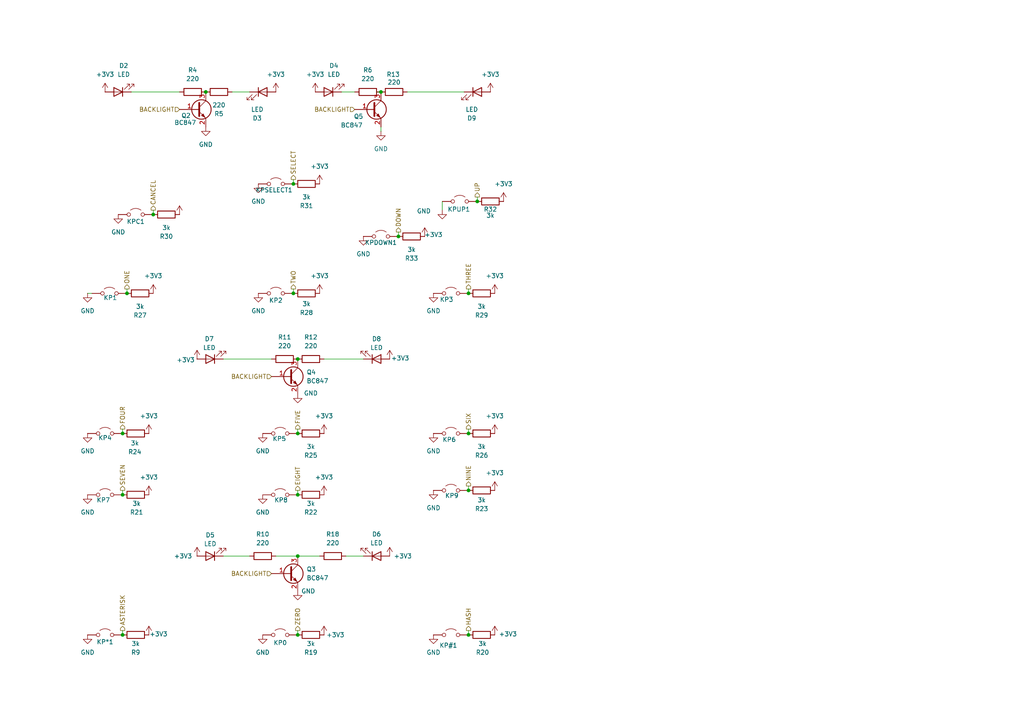
<source format=kicad_sch>
(kicad_sch (version 20250114) (generator "eeschema") (generator_version "9.0")
  (paper "A4")
  (title_block (title "Brique") (date "2025-04-08") (company "Tommy Gilligan"))
  (lib_symbols
    (symbol "Device:LED" (pin_numbers (hide yes)) (pin_names (offset 1.016) (hide yes))
      (property "Reference" "D" (at 0 2.54 0))
      (property "Value" "LED" (at 0 -2.54 0))
      (symbol "LED_0_1"
        (polyline (pts (xy -3.048 -0.762) (xy -4.572 -2.286) (xy -3.81 -2.286) (xy -4.572 -2.286) (xy -4.572 -1.524)))
        (polyline (pts (xy -1.778 -0.762) (xy -3.302 -2.286) (xy -2.54 -2.286) (xy -3.302 -2.286) (xy -3.302 -1.524)))
        (polyline (pts (xy -1.27 0) (xy 1.27 0)))
        (polyline (pts (xy -1.27 -1.27) (xy -1.27 1.27)) (stroke (width 0.254)))
        (polyline (pts (xy 1.27 -1.27) (xy 1.27 1.27) (xy -1.27 0) (xy 1.27 -1.27)) (stroke (width 0.254)))
      )
      (symbol "LED_1_1"
        (pin passive line (at -3.81 0 0) (length 2.54) (name "K") (number "1"))
        (pin passive line (at 3.81 0 180) (length 2.54) (name "A") (number "2"))
      )
    )
    (symbol "Device:R" (pin_numbers (hide yes)) (pin_names (offset 0))
      (property "Reference" "R" (at 2.032 0 90))
      (property "Value" "R" (at 0 0 90))
      (symbol "R_0_1"
        (rectangle (start -1.016 -2.54) (end 1.016 2.54) (stroke (width 0.254)))
      )
      (symbol "R_1_1"
        (pin passive line (at 0 3.81 270) (length 1.27) (name "~") (number "1"))
        (pin passive line (at 0 -3.81 90) (length 1.27) (name "~") (number "2"))
      )
    )
    (symbol "Jumper:Jumper_2_Open" (pin_numbers (hide yes)) (pin_names (offset 0) (hide yes)) (exclude_from_sim yes)
      (property "Reference" "JP" (at 0 2.794 0))
      (property "Value" "Jumper_2_Open" (at 0 -2.286 0))
      (symbol "Jumper_2_Open_0_0"
        (circle (center -2.032 0) (radius 0.508))
        (circle (center 2.032 0) (radius 0.508))
      )
      (symbol "Jumper_2_Open_0_1"
        (arc (start -1.524 1.27) (mid 0 1.778) (end 1.524 1.27))
      )
      (symbol "Jumper_2_Open_1_1"
        (pin passive line (at -5.08 0 0) (length 2.54) (name "A") (number "1"))
        (pin passive line (at 5.08 0 180) (length 2.54) (name "B") (number "2"))
      )
    )
    (symbol "Transistor_BJT:BC847" (pin_names (offset 0) (hide yes))
      (property "Reference" "Q" (at 5.08 1.905 0))
      (property "Value" "BC847" (at 5.08 0 0))
      (symbol "BC847_0_1"
        (polyline (pts (xy 0.635 1.905) (xy 0.635 -1.905) (xy 0.635 -1.905)) (stroke (width 0.508)))
        (polyline (pts (xy 0.635 0.635) (xy 2.54 2.54)))
        (polyline (pts (xy 0.635 -0.635) (xy 2.54 -2.54) (xy 2.54 -2.54)))
        (circle (center 1.27 0) (radius 2.8194) (stroke (width 0.254)))
        (polyline (pts (xy 1.27 -1.778) (xy 1.778 -1.27) (xy 2.286 -2.286) (xy 1.27 -1.778) (xy 1.27 -1.778)) (fill (type outline)))
      )
      (symbol "BC847_1_1"
        (pin input line (at -5.08 0 0) (length 5.715) (name "B") (number "1"))
        (pin passive line (at 2.54 5.08 270) (length 2.54) (name "C") (number "3"))
        (pin passive line (at 2.54 -5.08 90) (length 2.54) (name "E") (number "2"))
      )
    )
    (symbol "power:+3V3" (power) (pin_numbers (hide yes)) (pin_names (offset 0) (hide yes))
      (property "Value" "+3V3" (at 0 3.556 0))
      (symbol "+3V3_0_1"
        (polyline (pts (xy -0.762 1.27) (xy 0 2.54)))
        (polyline (pts (xy 0 2.54) (xy 0.762 1.27)))
        (polyline (pts (xy 0 0) (xy 0 2.54)))
      )
      (symbol "+3V3_1_1"
        (pin power_in line (at 0 0 90) (length 0) (name "~") (number "1"))
      )
    )
    (symbol "power:GND" (power) (pin_numbers (hide yes)) (pin_names (offset 0) (hide yes))
      (property "Value" "GND" (at 0 -3.81 0))
      (symbol "GND_0_1"
        (polyline (pts (xy 0 0) (xy 0 -1.27) (xy 1.27 -1.27) (xy 0 -2.54) (xy -1.27 -1.27) (xy 0 -1.27)))
      )
      (symbol "GND_1_1"
        (pin power_in line (at 0 0 270) (length 0) (name "~") (number "1"))
      )
    )
  )
  (junction (at 86.36 143.51))
  (junction (at 135.89 85.09))
  (junction (at 86.36 104.14))
  (junction (at 35.56 125.73))
  (junction (at 85.09 85.09))
  (junction (at 59.69 26.67))
  (junction (at 110.49 26.67))
  (junction (at 35.56 143.51))
  (junction (at 35.56 184.15))
  (junction (at 115.57 68.58))
  (junction (at 86.36 184.15))
  (junction (at 86.36 161.29))
  (junction (at 44.45 62.23))
  (junction (at 138.43 58.42))
  (junction (at 135.89 125.73))
  (junction (at 85.09 53.34))
  (junction (at 86.36 125.73))
  (junction (at 135.89 142.24))
  (junction (at 36.83 85.09))
  (junction (at 135.89 184.15))
  (wire (pts (xy 105.41 161.29) (xy 100.33 161.29)))
  (wire (pts (xy 64.77 161.29) (xy 72.39 161.29)))
  (wire (pts (xy 138.43 57.15) (xy 138.43 58.42)))
  (wire (pts (xy 64.77 104.14) (xy 78.74 104.14)))
  (wire (pts (xy 92.71 161.29) (xy 86.36 161.29)))
  (wire (pts (xy 35.56 142.24) (xy 35.56 143.51)))
  (wire (pts (xy 38.1 26.67) (xy 52.07 26.67)))
  (wire (pts (xy 128.27 58.42) (xy 128.27 60.96)))
  (wire (pts (xy 86.36 182.88) (xy 86.36 184.15)))
  (wire (pts (xy 35.56 124.46) (xy 35.56 125.73)))
  (wire (pts (xy 25.4 85.09) (xy 26.67 85.09)))
  (wire (pts (xy 36.83 83.82) (xy 36.83 85.09)))
  (wire (pts (xy 44.45 60.96) (xy 44.45 62.23)))
  (wire (pts (xy 72.39 26.67) (xy 67.31 26.67)))
  (wire (pts (xy 135.89 83.82) (xy 135.89 85.09)))
  (wire (pts (xy 35.56 182.88) (xy 35.56 184.15)))
  (wire (pts (xy 110.49 36.83) (xy 110.49 38.1)))
  (wire (pts (xy 135.89 182.88) (xy 135.89 184.15)))
  (wire (pts (xy 85.09 52.07) (xy 85.09 53.34)))
  (wire (pts (xy 110.49 26.67) (xy 109.22 26.67)))
  (wire (pts (xy 115.57 67.31) (xy 115.57 68.58)))
  (wire (pts (xy 99.06 26.67) (xy 102.87 26.67)))
  (wire (pts (xy 85.09 83.82) (xy 85.09 85.09)))
  (wire (pts (xy 135.89 124.46) (xy 135.89 125.73)))
  (wire (pts (xy 105.41 104.14) (xy 93.98 104.14)))
  (wire (pts (xy 80.01 161.29) (xy 86.36 161.29)))
  (wire (pts (xy 86.36 124.46) (xy 86.36 125.73)))
  (wire (pts (xy 135.89 140.97) (xy 135.89 142.24)))
  (wire (pts (xy 134.62 26.67) (xy 118.11 26.67)))
  (wire (pts (xy 86.36 142.24) (xy 86.36 143.51)))
  (hierarchical_label "TWO" (shape output) (at 85.09 83.82 90))
  (hierarchical_label "CANCEL" (shape output) (at 44.45 60.96 90))
  (hierarchical_label "NINE" (shape output) (at 135.89 140.97 90))
  (hierarchical_label "HASH" (shape output) (at 135.89 182.88 90))
  (hierarchical_label "BACKLIGHT" (shape input) (at 102.87 31.75 180))
  (hierarchical_label "FIVE" (shape output) (at 86.36 124.46 90))
  (hierarchical_label "ASTERISK" (shape output) (at 35.56 182.88 90))
  (hierarchical_label "ONE" (shape output) (at 36.83 83.82 90))
  (hierarchical_label "UP" (shape output) (at 138.43 57.15 90))
  (hierarchical_label "BACKLIGHT" (shape input) (at 52.07 31.75 180))
  (hierarchical_label "SEVEN" (shape output) (at 35.56 142.24 90))
  (hierarchical_label "SELECT" (shape output) (at 85.09 52.07 90))
  (hierarchical_label "THREE" (shape output) (at 135.89 83.82 90))
  (hierarchical_label "DOWN" (shape output) (at 115.57 67.31 90))
  (hierarchical_label "ZERO" (shape output) (at 86.36 182.88 90))
  (hierarchical_label "EIGHT" (shape output) (at 86.36 142.24 90))
  (hierarchical_label "FOUR" (shape output) (at 35.56 124.46 90))
  (hierarchical_label "BACKLIGHT" (shape input) (at 78.74 166.37 180))
  (hierarchical_label "BACKLIGHT" (shape input) (at 78.74 109.22 180))
  (hierarchical_label "SIX" (shape output) (at 135.89 124.46 90))
  (symbol (lib_id "power:GND") (at 125.73 184.15 0) (unit 1)
    (property "Reference" "#PWR079" (effects (hide yes)))
    (property "Value" "GND" (at 125.73 189.23 0))
    (property "Description" "Power symbol creates a global label with name \"GND\" , ground" (effects (hide yes)))
  )
  (symbol (lib_id "power:GND") (at 25.4 85.09 0) (unit 1)
    (property "Reference" "#PWR06" (effects (hide yes)))
    (property "Value" "GND" (at 25.4 90.17 0))
    (property "Description" "Power symbol creates a global label with name \"GND\" , ground" (effects (hide yes)))
  )
  (symbol (lib_id "power:+3V3") (at 93.98 143.51 0) (unit 1)
    (property "Reference" "#PWR044" (effects (hide yes)))
    (property "Value" "+3V3" (at 93.98 138.43 0))
    (property "Description" "Power symbol creates a global label with name \"+3V3\"" (effects (hide yes)))
  )
  (symbol (lib_id "Device:R") (at 76.2 161.29 270) (unit 1)
    (property "Reference" "R10" (at 76.2 154.94 90))
    (property "Value" "220" (at 76.2 157.48 90))
    (property "Footprint" "Resistor_SMD:R_0402_1005Metric" (effects (hide yes)))
    (property "Description" "Resistor" (effects (hide yes)))
    (property "JLCPCB" "C137872" (effects (hide yes)))
  )
  (symbol (lib_id "power:GND") (at 125.73 125.73 0) (unit 1)
    (property "Reference" "#PWR070" (effects (hide yes)))
    (property "Value" "GND" (at 125.73 130.81 0))
    (property "Description" "Power symbol creates a global label with name \"GND\" , ground" (effects (hide yes)))
  )
  (symbol (lib_id "Jumper:Jumper_2_Open") (at 30.48 125.73 0) (unit 1) (exclude_from_sim yes) (in_bom no)
    (property "Reference" "KP4" (at 30.48 127 0))
    (property "Value" "Jumper_2_Open" (effects (hide yes)))
    (property "Footprint" "Jumper:ButtonPads" (effects (hide yes)))
    (property "Description" "Jumper, 2-pole, open" (effects (hide yes)))
  )
  (symbol (lib_id "Device:LED") (at 60.96 161.29 180) (unit 1)
    (property "Reference" "D5" (at 60.96 155.194 0))
    (property "Value" "LED" (at 60.96 157.734 0))
    (property "Footprint" "LED_REVERSE" (effects (hide yes)))
    (property "Description" "Light emitting diode" (effects (hide yes)))
    (property "JLCPCB" "C3646932" (effects (hide yes)))
  )
  (symbol (lib_id "Device:R") (at 82.55 104.14 270) (unit 1)
    (property "Reference" "R11" (at 82.55 97.79 90))
    (property "Value" "220" (at 82.55 100.33 90))
    (property "Footprint" "Resistor_SMD:R_0402_1005Metric" (effects (hide yes)))
    (property "Description" "Resistor" (effects (hide yes)))
    (property "JLCPCB" "C137872" (effects (hide yes)))
  )
  (symbol (lib_id "Device:R") (at 39.37 143.51 90) (mirror x) (unit 1)
    (property "Reference" "R21" (at 39.624 148.59 90))
    (property "Value" "3k" (at 39.624 146.05 90))
    (property "Footprint" "Resistor_SMD:R_0402_1005Metric" (effects (hide yes)))
    (property "Description" "Resistor" (effects (hide yes)))
    (property "JLCPCB" "C137872" (effects (hide yes)))
  )
  (symbol (lib_id "Jumper:Jumper_2_Open") (at 39.37 62.23 0) (unit 1) (exclude_from_sim yes) (in_bom no)
    (property "Reference" "KPC1" (at 39.37 64.262 0))
    (property "Value" "C" (effects (hide yes)))
    (property "Footprint" "Jumper:ButtonPads" (effects (hide yes)))
    (property "Description" "Jumper, 2-pole, open" (effects (hide yes)))
  )
  (symbol (lib_id "Device:LED") (at 109.22 161.29 0) (mirror x) (unit 1)
    (property "Reference" "D6" (at 109.22 154.94 0))
    (property "Value" "LED" (at 109.22 157.48 0))
    (property "Footprint" "LED_REVERSE" (effects (hide yes)))
    (property "Description" "Light emitting diode" (effects (hide yes)))
    (property "JLCPCB" "C3646932" (effects (hide yes)))
  )
  (symbol (lib_id "power:+3V3") (at 52.07 62.23 0) (unit 1)
    (property "Reference" "#PWR035" (effects (hide yes)))
    (property "Value" "+3V3" (effects (hide yes)))
    (property "Description" "Power symbol creates a global label with name \"+3V3\"" (effects (hide yes)))
  )
  (symbol (lib_id "power:GND") (at 25.4 184.15 0) (unit 1)
    (property "Reference" "#PWR02" (effects (hide yes)))
    (property "Value" "GND" (at 25.4 189.23 0))
    (property "Description" "Power symbol creates a global label with name \"GND\" , ground" (effects (hide yes)))
  )
  (symbol (lib_id "power:GND") (at 76.2 143.51 0) (unit 1)
    (property "Reference" "#PWR038" (effects (hide yes)))
    (property "Value" "GND" (at 76.2 148.59 0))
    (property "Description" "Power symbol creates a global label with name \"GND\" , ground" (effects (hide yes)))
  )
  (symbol (lib_id "Jumper:Jumper_2_Open") (at 81.28 125.73 0) (unit 1) (exclude_from_sim yes) (in_bom no)
    (property "Reference" "KP5" (at 81.026 127.254 0))
    (property "Value" "Jumper_2_Open" (effects (hide yes)))
    (property "Footprint" "Jumper:ButtonPads" (effects (hide yes)))
    (property "Description" "Jumper, 2-pole, open" (effects (hide yes)))
  )
  (symbol (lib_id "Device:R") (at 39.37 125.73 270) (mirror x) (unit 1)
    (property "Reference" "R24" (at 39.116 131.064 90))
    (property "Value" "3k" (at 39.116 128.524 90))
    (property "Footprint" "Resistor_SMD:R_0402_1005Metric" (effects (hide yes)))
    (property "Description" "Resistor" (effects (hide yes)))
    (property "JLCPCB" "C137872" (effects (hide yes)))
  )
  (symbol (lib_id "power:+3V3") (at 43.18 184.15 0) (unit 1)
    (property "Reference" "#PWR037" (effects (hide yes)))
    (property "Value" "+3V3" (at 45.974 183.896 0))
    (property "Description" "Power symbol creates a global label with name \"+3V3\"" (effects (hide yes)))
  )
  (symbol (lib_id "Device:R") (at 106.68 26.67 270) (unit 1)
    (property "Reference" "R6" (at 106.68 20.32 90))
    (property "Value" "220" (at 106.68 22.86 90))
    (property "Footprint" "Resistor_SMD:R_0402_1005Metric" (effects (hide yes)))
    (property "Description" "Resistor" (effects (hide yes)))
    (property "JLCPCB" "C137872" (effects (hide yes)))
  )
  (symbol (lib_id "power:GND") (at 110.49 38.1 0) (unit 1)
    (property "Reference" "#PWR098" (effects (hide yes)))
    (property "Value" "GND" (at 110.49 43.18 0))
    (property "Description" "Power symbol creates a global label with name \"GND\" , ground" (effects (hide yes)))
  )
  (symbol (lib_id "Device:LED") (at 34.29 26.67 180) (unit 1)
    (property "Reference" "D2" (at 35.8775 19.05 0))
    (property "Value" "LED" (at 35.8775 21.59 0))
    (property "Footprint" "LED_REVERSE" (effects (hide yes)))
    (property "Description" "Light emitting diode" (effects (hide yes)))
    (property "JLCPCB" "C3646932" (effects (hide yes)))
  )
  (symbol (lib_id "Device:R") (at 55.88 26.67 270) (unit 1)
    (property "Reference" "R4" (at 55.88 20.32 90))
    (property "Value" "220" (at 55.88 22.86 90))
    (property "Footprint" "Resistor_SMD:R_0402_1005Metric" (effects (hide yes)))
    (property "Description" "Resistor" (effects (hide yes)))
    (property "JLCPCB" "C137872" (effects (hide yes)))
  )
  (symbol (lib_id "power:+3V3") (at 113.03 104.14 0) (mirror y) (unit 1)
    (property "Reference" "#PWR097" (effects (hide yes)))
    (property "Value" "+3V3" (at 116.078 103.886 0))
    (property "Description" "Power symbol creates a global label with name \"+3V3\"" (effects (hide yes)))
  )
  (symbol (lib_id "power:+3V3") (at 30.48 26.67 0) (unit 1)
    (property "Reference" "#PWR059" (effects (hide yes)))
    (property "Value" "+3V3" (at 30.48 21.59 0))
    (property "Description" "Power symbol creates a global label with name \"+3V3\"" (effects (hide yes)))
  )
  (symbol (lib_id "Device:R") (at 39.37 184.15 90) (mirror x) (unit 1)
    (property "Reference" "R9" (at 39.37 189.23 90))
    (property "Value" "3k" (at 39.37 186.69 90))
    (property "Footprint" "Resistor_SMD:R_0402_1005Metric" (effects (hide yes)))
    (property "Description" "Resistor" (effects (hide yes)))
    (property "JLCPCB" "C137872" (effects (hide yes)))
  )
  (symbol (lib_id "Jumper:Jumper_2_Open") (at 30.48 184.15 0) (unit 1) (exclude_from_sim yes) (in_bom no)
    (property "Reference" "KP*1" (at 30.48 186.182 0))
    (property "Value" "Jumper_2_Open" (effects (hide yes)))
    (property "Footprint" "Jumper:ButtonPads" (effects (hide yes)))
    (property "Description" "Jumper, 2-pole, open" (effects (hide yes)))
  )
  (symbol (lib_id "power:GND") (at 86.36 171.45 0) (unit 1)
    (property "Reference" "#PWR043" (effects (hide yes)))
    (property "Value" "GND" (at 89.408 171.45 0))
    (property "Description" "Power symbol creates a global label with name \"GND\" , ground" (effects (hide yes)))
  )
  (symbol (lib_id "Transistor_BJT:BC847") (at 83.82 166.37 0) (unit 1)
    (property "Reference" "Q3" (at 88.9 165.0999 0) (effects (justify left)))
    (property "Value" "BC847" (at 88.9 167.6399 0) (effects (justify left)))
    (property "Footprint" "Package_TO_SOT_SMD:SOT-23" (effects (hide yes)))
    (property "Datasheet" "http://www.infineon.com/dgdl/Infineon-BC847SERIES_BC848SERIES_BC849SERIES_BC850SERIES-DS-v01_01-en.pdf?fileId=db3a304314dca389011541d4630a1657" (effects (hide yes)))
    (property "Description" "0.1A Ic, 45V Vce, NPN Transistor, SOT-23" (effects (hide yes)))
    (property "JLCPCB" "C391423" (effects (hide yes)))
  )
  (symbol (lib_id "Device:R") (at 114.3 26.67 90) (unit 1)
    (property "Reference" "R13" (at 114.046 21.59 90))
    (property "Value" "220" (at 114.3 23.876 90))
    (property "Footprint" "Resistor_SMD:R_0402_1005Metric" (effects (hide yes)))
    (property "Description" "Resistor" (effects (hide yes)))
    (property "JLCPCB" "C137872" (effects (hide yes)))
  )
  (symbol (lib_id "power:+3V3") (at 93.98 125.73 0) (unit 1)
    (property "Reference" "#PWR069" (effects (hide yes)))
    (property "Value" "+3V3" (at 93.98 120.65 0))
    (property "Description" "Power symbol creates a global label with name \"+3V3\"" (effects (hide yes)))
  )
  (symbol (lib_id "power:+3V3") (at 92.71 85.09 0) (unit 1)
    (property "Reference" "#PWR063" (effects (hide yes)))
    (property "Value" "+3V3" (at 92.71 80.01 0))
    (property "Description" "Power symbol creates a global label with name \"+3V3\"" (effects (hide yes)))
  )
  (symbol (lib_id "Device:R") (at 139.7 85.09 270) (mirror x) (unit 1)
    (property "Reference" "R29" (at 139.7 91.44 90))
    (property "Value" "3k" (at 139.7 88.9 90))
    (property "Footprint" "Resistor_SMD:R_0402_1005Metric" (effects (hide yes)))
    (property "Description" "Resistor" (effects (hide yes)))
    (property "JLCPCB" "C137872" (effects (hide yes)))
  )
  (symbol (lib_id "power:+3V3") (at 146.05 58.42 0) (unit 1)
    (property "Reference" "#PWR075" (effects (hide yes)))
    (property "Value" "+3V3" (at 146.05 53.34 0))
    (property "Description" "Power symbol creates a global label with name \"+3V3\"" (effects (hide yes)))
  )
  (symbol (lib_id "power:+3V3") (at 44.45 85.09 0) (unit 1)
    (property "Reference" "#PWR013" (effects (hide yes)))
    (property "Value" "+3V3" (at 44.45 80.01 0))
    (property "Description" "Power symbol creates a global label with name \"+3V3\"" (effects (hide yes)))
  )
  (symbol (lib_id "power:+3V3") (at 43.18 143.51 0) (unit 1)
    (property "Reference" "#PWR011" (effects (hide yes)))
    (property "Value" "+3V3" (at 43.18 138.43 0))
    (property "Description" "Power symbol creates a global label with name \"+3V3\"" (effects (hide yes)))
  )
  (symbol (lib_id "Jumper:Jumper_2_Open") (at 30.48 143.51 0) (unit 1) (exclude_from_sim yes) (in_bom no)
    (property "Reference" "KP7" (at 29.972 145.034 0))
    (property "Value" "Jumper_2_Open" (effects (hide yes)))
    (property "Footprint" "Jumper:ButtonPads" (effects (hide yes)))
    (property "Description" "Jumper, 2-pole, open" (effects (hide yes)))
  )
  (symbol (lib_id "Transistor_BJT:BC847") (at 57.15 31.75 0) (unit 1)
    (property "Reference" "Q2" (at 52.578 33.528 0) (effects (justify left)))
    (property "Value" "BC847" (at 50.546 35.56 0) (effects (justify left)))
    (property "Footprint" "Package_TO_SOT_SMD:SOT-23" (effects (hide yes)))
    (property "Datasheet" "http://www.infineon.com/dgdl/Infineon-BC847SERIES_BC848SERIES_BC849SERIES_BC850SERIES-DS-v01_01-en.pdf?fileId=db3a304314dca389011541d4630a1657" (effects (hide yes)))
    (property "Description" "0.1A Ic, 45V Vce, NPN Transistor, SOT-23" (effects (hide yes)))
    (property "JLCPCB" "C391423" (effects (hide yes)))
  )
  (symbol (lib_id "Device:R") (at 48.26 62.23 270) (mirror x) (unit 1)
    (property "Reference" "R30" (at 48.26 68.58 90))
    (property "Value" "3k" (at 48.26 66.04 90))
    (property "Footprint" "Resistor_SMD:R_0402_1005Metric" (effects (hide yes)))
    (property "Description" "Resistor" (effects (hide yes)))
    (property "JLCPCB" "C137872" (effects (hide yes)))
  )
  (symbol (lib_id "Jumper:Jumper_2_Open") (at 130.81 85.09 0) (unit 1) (exclude_from_sim yes) (in_bom no)
    (property "Reference" "KP3" (at 129.54 86.868 0))
    (property "Value" "3" (effects (hide yes)))
    (property "Footprint" "Jumper:ButtonPads" (effects (hide yes)))
    (property "Description" "Jumper, 2-pole, open" (effects (hide yes)))
  )
  (symbol (lib_id "power:+3V3") (at 123.19 68.58 0) (unit 1)
    (property "Reference" "#PWR078" (effects (hide yes)))
    (property "Value" "+3V3" (at 125.73 68.072 0))
    (property "Description" "Power symbol creates a global label with name \"+3V3\"" (effects (hide yes)))
  )
  (symbol (lib_id "Jumper:Jumper_2_Open") (at 110.49 68.58 0) (unit 1) (exclude_from_sim yes) (in_bom no)
    (property "Reference" "KPDOWN1" (at 110.49 70.358 0))
    (property "Value" "Jumper_2_Open" (effects (hide yes)))
    (property "Footprint" "Jumper:ButtonPads" (effects (hide yes)))
    (property "Description" "Jumper, 2-pole, open" (effects (hide yes)))
  )
  (symbol (lib_id "Jumper:Jumper_2_Open") (at 81.28 143.51 0) (unit 1) (exclude_from_sim yes) (in_bom no)
    (property "Reference" "KP8" (at 81.534 145.034 0))
    (property "Value" "Jumper_2_Open" (effects (hide yes)))
    (property "Footprint" "Jumper:ButtonPads" (effects (hide yes)))
    (property "Description" "Jumper, 2-pole, open" (effects (hide yes)))
  )
  (symbol (lib_id "Transistor_BJT:BC847") (at 83.82 109.22 0) (unit 1)
    (property "Reference" "Q4" (at 88.9 107.9499 0) (effects (justify left)))
    (property "Value" "BC847" (at 88.9 110.4899 0) (effects (justify left)))
    (property "Footprint" "Package_TO_SOT_SMD:SOT-23" (effects (hide yes)))
    (property "Datasheet" "http://www.infineon.com/dgdl/Infineon-BC847SERIES_BC848SERIES_BC849SERIES_BC850SERIES-DS-v01_01-en.pdf?fileId=db3a304314dca389011541d4630a1657" (effects (hide yes)))
    (property "Description" "0.1A Ic, 45V Vce, NPN Transistor, SOT-23" (effects (hide yes)))
    (property "JLCPCB" "C391423" (effects (hide yes)))
  )
  (symbol (lib_id "Transistor_BJT:BC847") (at 107.95 31.75 0) (unit 1)
    (property "Reference" "Q5" (at 102.616 33.782 0) (effects (justify left)))
    (property "Value" "BC847" (at 98.806 36.322 0) (effects (justify left)))
    (property "Footprint" "Package_TO_SOT_SMD:SOT-23" (effects (hide yes)))
    (property "Datasheet" "http://www.infineon.com/dgdl/Infineon-BC847SERIES_BC848SERIES_BC849SERIES_BC850SERIES-DS-v01_01-en.pdf?fileId=db3a304314dca389011541d4630a1657" (effects (hide yes)))
    (property "Description" "0.1A Ic, 45V Vce, NPN Transistor, SOT-23" (effects (hide yes)))
    (property "JLCPCB" "C391423" (effects (hide yes)))
  )
  (symbol (lib_id "Device:R") (at 90.17 143.51 90) (mirror x) (unit 1)
    (property "Reference" "R22" (at 90.17 148.59 90))
    (property "Value" "3k" (at 90.17 146.05 90))
    (property "Footprint" "Resistor_SMD:R_0402_1005Metric" (effects (hide yes)))
    (property "Description" "Resistor" (effects (hide yes)))
    (property "JLCPCB" "C137872" (effects (hide yes)))
  )
  (symbol (lib_id "power:+3V3") (at 93.98 184.15 0) (unit 1)
    (property "Reference" "#PWR073" (effects (hide yes)))
    (property "Value" "+3V3" (at 97.282 184.15 0))
    (property "Description" "Power symbol creates a global label with name \"+3V3\"" (effects (hide yes)))
  )
  (symbol (lib_id "Jumper:Jumper_2_Open") (at 80.01 85.09 0) (unit 1) (exclude_from_sim yes) (in_bom no)
    (property "Reference" "KP2" (at 80.01 87.122 0))
    (property "Value" "Jumper_2_Open" (effects (hide yes)))
    (property "Footprint" "Jumper:ButtonPads" (effects (hide yes)))
    (property "Description" "Jumper, 2-pole, open" (effects (hide yes)))
  )
  (symbol (lib_id "power:GND") (at 86.36 114.3 0) (unit 1)
    (property "Reference" "#PWR096" (effects (hide yes)))
    (property "Value" "GND" (at 90.17 114.046 0))
    (property "Description" "Power symbol creates a global label with name \"GND\" , ground" (effects (hide yes)))
  )
  (symbol (lib_id "power:GND") (at 34.29 62.23 0) (unit 1)
    (property "Reference" "#PWR08" (effects (hide yes)))
    (property "Value" "GND" (at 34.29 67.31 0))
    (property "Description" "Power symbol creates a global label with name \"GND\" , ground" (effects (hide yes)))
  )
  (symbol (lib_id "power:GND") (at 25.4 143.51 0) (unit 1)
    (property "Reference" "#PWR03" (effects (hide yes)))
    (property "Value" "GND" (at 25.4 148.59 0))
    (property "Description" "Power symbol creates a global label with name \"GND\" , ground" (effects (hide yes)))
  )
  (symbol (lib_id "power:+3V3") (at 143.51 85.09 0) (unit 1)
    (property "Reference" "#PWR074" (effects (hide yes)))
    (property "Value" "+3V3" (at 143.51 80.01 0))
    (property "Description" "Power symbol creates a global label with name \"+3V3\"" (effects (hide yes)))
  )
  (symbol (lib_id "power:GND") (at 125.73 142.24 0) (unit 1)
    (property "Reference" "#PWR061" (effects (hide yes)))
    (property "Value" "GND" (at 125.73 147.32 0))
    (property "Description" "Power symbol creates a global label with name \"GND\" , ground" (effects (hide yes)))
  )
  (symbol (lib_id "Jumper:Jumper_2_Open") (at 80.01 53.34 0) (unit 1) (exclude_from_sim yes) (in_bom no)
    (property "Reference" "KPSELECT1" (at 79.502 55.118 0))
    (property "Value" "Jumper_2_Open" (effects (hide yes)))
    (property "Footprint" "Jumper:ButtonPads" (effects (hide yes)))
    (property "Description" "Jumper, 2-pole, open" (effects (hide yes)))
  )
  (symbol (lib_id "power:+3V3") (at 143.51 142.24 0) (unit 1)
    (property "Reference" "#PWR062" (effects (hide yes)))
    (property "Value" "+3V3" (at 143.51 137.16 0))
    (property "Description" "Power symbol creates a global label with name \"+3V3\"" (effects (hide yes)))
  )
  (symbol (lib_id "power:+3V3") (at 57.15 161.29 0) (unit 1)
    (property "Reference" "#PWR010" (effects (hide yes)))
    (property "Value" "+3V3" (at 53.086 161.29 0))
    (property "Description" "Power symbol creates a global label with name \"+3V3\"" (effects (hide yes)))
  )
  (symbol (lib_id "Device:LED") (at 95.25 26.67 180) (unit 1)
    (property "Reference" "D4" (at 96.8375 19.05 0))
    (property "Value" "LED" (at 96.8375 21.59 0))
    (property "Footprint" "LED_REVERSE" (effects (hide yes)))
    (property "Description" "Light emitting diode" (effects (hide yes)))
    (property "JLCPCB" "C3646932" (effects (hide yes)))
  )
  (symbol (lib_id "Jumper:Jumper_2_Open") (at 130.81 184.15 0) (unit 1) (exclude_from_sim yes) (in_bom no)
    (property "Reference" "KP#1" (at 130.048 187.198 0))
    (property "Value" "Jumper_2_Open" (effects (hide yes)))
    (property "Footprint" "Jumper:ButtonPads" (effects (hide yes)))
    (property "Description" "Jumper, 2-pole, open" (effects (hide yes)))
  )
  (symbol (lib_id "Device:LED") (at 76.2 26.67 0) (unit 1)
    (property "Reference" "D3" (at 74.6125 34.29 0))
    (property "Value" "LED" (at 74.6125 31.75 0))
    (property "Footprint" "LED_REVERSE" (effects (hide yes)))
    (property "Description" "Light emitting diode" (effects (hide yes)))
    (property "JLCPCB" "C3646932" (effects (hide yes)))
  )
  (symbol (lib_id "Device:R") (at 139.7 125.73 270) (mirror x) (unit 1)
    (property "Reference" "R26" (at 139.7 132.08 90))
    (property "Value" "3k" (at 139.7 129.54 90))
    (property "Footprint" "Resistor_SMD:R_0402_1005Metric" (effects (hide yes)))
    (property "Description" "Resistor" (effects (hide yes)))
    (property "JLCPCB" "C137872" (effects (hide yes)))
  )
  (symbol (lib_id "power:+3V3") (at 92.71 53.34 0) (unit 1)
    (property "Reference" "#PWR077" (effects (hide yes)))
    (property "Value" "+3V3" (at 92.71 48.26 0))
    (property "Description" "Power symbol creates a global label with name \"+3V3\"" (effects (hide yes)))
  )
  (symbol (lib_id "power:GND") (at 74.93 53.34 0) (unit 1)
    (property "Reference" "#PWR076" (effects (hide yes)))
    (property "Value" "GND" (at 74.93 58.42 0))
    (property "Description" "Power symbol creates a global label with name \"GND\" , ground" (effects (hide yes)))
  )
  (symbol (lib_id "Device:R") (at 40.64 85.09 90) (mirror x) (unit 1)
    (property "Reference" "R27" (at 40.64 91.44 90))
    (property "Value" "3k" (at 40.64 88.9 90))
    (property "Footprint" "Resistor_SMD:R_0402_1005Metric" (effects (hide yes)))
    (property "Description" "Resistor" (effects (hide yes)))
    (property "JLCPCB" "C137872" (effects (hide yes)))
  )
  (symbol (lib_id "power:GND") (at 76.2 125.73 0) (unit 1)
    (property "Reference" "#PWR039" (effects (hide yes)))
    (property "Value" "GND" (at 76.2 130.81 0))
    (property "Description" "Power symbol creates a global label with name \"GND\" , ground" (effects (hide yes)))
  )
  (symbol (lib_id "Device:LED") (at 138.43 26.67 0) (unit 1)
    (property "Reference" "D9" (at 136.8425 34.29 0))
    (property "Value" "LED" (at 136.8425 31.75 0))
    (property "Footprint" "LED_REVERSE" (effects (hide yes)))
    (property "Description" "Light emitting diode" (effects (hide yes)))
    (property "JLCPCB" "C3646932" (effects (hide yes)))
  )
  (symbol (lib_id "Device:R") (at 142.24 58.42 270) (unit 1)
    (property "Reference" "R32" (at 142.24 60.706 90))
    (property "Value" "3k" (at 142.24 62.484 90))
    (property "Footprint" "Resistor_SMD:R_0402_1005Metric" (effects (hide yes)))
    (property "Description" "Resistor" (effects (hide yes)))
    (property "JLCPCB" "C137872" (effects (hide yes)))
  )
  (symbol (lib_id "power:+3V3") (at 142.24 26.67 0) (mirror y) (unit 1)
    (property "Reference" "#PWR099" (effects (hide yes)))
    (property "Value" "+3V3" (at 142.24 21.59 0))
    (property "Description" "Power symbol creates a global label with name \"+3V3\"" (effects (hide yes)))
  )
  (symbol (lib_id "Device:R") (at 88.9 85.09 90) (mirror x) (unit 1)
    (property "Reference" "R28" (at 88.9 90.678 90))
    (property "Value" "3k" (at 88.9 88.138 90))
    (property "Footprint" "Resistor_SMD:R_0402_1005Metric" (effects (hide yes)))
    (property "Description" "Resistor" (effects (hide yes)))
    (property "JLCPCB" "C137872" (effects (hide yes)))
  )
  (symbol (lib_id "power:+3V3") (at 113.03 161.29 0) (mirror y) (unit 1)
    (property "Reference" "#PWR072" (effects (hide yes)))
    (property "Value" "+3V3" (at 116.84 161.29 0))
    (property "Description" "Power symbol creates a global label with name \"+3V3\"" (effects (hide yes)))
  )
  (symbol (lib_id "power:GND") (at 76.2 184.15 0) (unit 1)
    (property "Reference" "#PWR051" (effects (hide yes)))
    (property "Value" "GND" (at 76.2 189.23 0))
    (property "Description" "Power symbol creates a global label with name \"GND\" , ground" (effects (hide yes)))
  )
  (symbol (lib_id "Device:R") (at 90.17 184.15 90) (mirror x) (unit 1)
    (property "Reference" "R19" (at 90.17 189.23 90))
    (property "Value" "3k" (at 90.17 186.69 90))
    (property "Footprint" "Resistor_SMD:R_0402_1005Metric" (effects (hide yes)))
    (property "Description" "Resistor" (effects (hide yes)))
    (property "JLCPCB" "C137872" (effects (hide yes)))
  )
  (symbol (lib_id "Jumper:Jumper_2_Open") (at 81.28 184.15 0) (unit 1) (exclude_from_sim yes) (in_bom no)
    (property "Reference" "KP0" (at 81.28 186.436 0))
    (property "Value" "Jumper_2_Open" (effects (hide yes)))
    (property "Footprint" "Jumper:ButtonPads" (effects (hide yes)))
    (property "Description" "Jumper, 2-pole, open" (effects (hide yes)))
  )
  (symbol (lib_id "power:+3V3") (at 143.51 184.15 0) (unit 1)
    (property "Reference" "#PWR089" (effects (hide yes)))
    (property "Value" "+3V3" (at 147.32 183.896 0))
    (property "Description" "Power symbol creates a global label with name \"+3V3\"" (effects (hide yes)))
  )
  (symbol (lib_id "Jumper:Jumper_2_Open") (at 130.81 125.73 0) (unit 1) (exclude_from_sim yes) (in_bom no)
    (property "Reference" "KP6" (at 130.302 127.508 0))
    (property "Value" "Jumper_2_Open" (effects (hide yes)))
    (property "Footprint" "Jumper:ButtonPads" (effects (hide yes)))
    (property "Description" "Jumper, 2-pole, open" (effects (hide yes)))
  )
  (symbol (lib_id "power:+3V3") (at 80.01 26.67 0) (mirror y) (unit 1)
    (property "Reference" "#PWR084" (effects (hide yes)))
    (property "Value" "+3V3" (at 80.01 21.59 0))
    (property "Description" "Power symbol creates a global label with name \"+3V3\"" (effects (hide yes)))
  )
  (symbol (lib_id "power:GND") (at 128.27 60.96 0) (unit 1)
    (property "Reference" "#PWR040" (effects (hide yes)))
    (property "Value" "GND" (at 122.936 61.214 0))
    (property "Description" "Power symbol creates a global label with name \"GND\" , ground" (effects (hide yes)))
  )
  (symbol (lib_id "Device:R") (at 90.17 104.14 90) (mirror x) (unit 1)
    (property "Reference" "R12" (at 90.17 97.79 90))
    (property "Value" "220" (at 90.17 100.33 90))
    (property "Footprint" "Resistor_SMD:R_0402_1005Metric" (effects (hide yes)))
    (property "Description" "Resistor" (effects (hide yes)))
    (property "JLCPCB" "C137872" (effects (hide yes)))
  )
  (symbol (lib_id "Device:LED") (at 60.96 104.14 180) (unit 1)
    (property "Reference" "D7" (at 60.706 98.298 0))
    (property "Value" "LED" (at 60.706 100.838 0))
    (property "Footprint" "LED_REVERSE" (effects (hide yes)))
    (property "Description" "Light emitting diode" (effects (hide yes)))
    (property "JLCPCB" "C3646932" (effects (hide yes)))
  )
  (symbol (lib_id "Device:R") (at 139.7 184.15 90) (mirror x) (unit 1)
    (property "Reference" "R20" (at 139.954 189.23 90))
    (property "Value" "3k" (at 139.954 186.69 90))
    (property "Footprint" "Resistor_SMD:R_0402_1005Metric" (effects (hide yes)))
    (property "Description" "Resistor" (effects (hide yes)))
    (property "JLCPCB" "C137872" (effects (hide yes)))
  )
  (symbol (lib_id "Jumper:Jumper_2_Open") (at 130.81 142.24 0) (unit 1) (exclude_from_sim yes) (in_bom no)
    (property "Reference" "KP9" (at 131.064 143.764 0))
    (property "Value" "Jumper_2_Open" (effects (hide yes)))
    (property "Footprint" "Jumper:ButtonPads" (effects (hide yes)))
    (property "Description" "Jumper, 2-pole, open" (effects (hide yes)))
  )
  (symbol (lib_id "power:GND") (at 25.4 125.73 0) (unit 1)
    (property "Reference" "#PWR05" (effects (hide yes)))
    (property "Value" "GND" (at 25.4 130.81 0))
    (property "Description" "Power symbol creates a global label with name \"GND\" , ground" (effects (hide yes)))
  )
  (symbol (lib_id "Jumper:Jumper_2_Open") (at 31.75 85.09 0) (unit 1) (exclude_from_sim yes) (in_bom no)
    (property "Reference" "KP1" (at 32.004 86.36 0))
    (property "Value" "Jumper_2_Open" (effects (hide yes)))
    (property "Footprint" "Jumper:ButtonPads" (effects (hide yes)))
    (property "Description" "Jumper, 2-pole, open" (effects (hide yes)))
  )
  (symbol (lib_id "Device:R") (at 88.9 53.34 90) (mirror x) (unit 1)
    (property "Reference" "R31" (at 88.9 59.69 90))
    (property "Value" "3k" (at 88.9 57.15 90))
    (property "Footprint" "Resistor_SMD:R_0402_1005Metric" (effects (hide yes)))
    (property "Description" "Resistor" (effects (hide yes)))
    (property "JLCPCB" "C137872" (effects (hide yes)))
  )
  (symbol (lib_id "Device:R") (at 63.5 26.67 90) (unit 1)
    (property "Reference" "R5" (at 63.5 33.02 90))
    (property "Value" "220" (at 63.5 30.48 90))
    (property "Footprint" "Resistor_SMD:R_0402_1005Metric" (effects (hide yes)))
    (property "Description" "Resistor" (effects (hide yes)))
    (property "JLCPCB" "C137872" (effects (hide yes)))
  )
  (symbol (lib_id "power:GND") (at 59.69 36.83 0) (unit 1)
    (property "Reference" "#PWR080" (effects (hide yes)))
    (property "Value" "GND" (at 59.69 41.91 0))
    (property "Description" "Power symbol creates a global label with name \"GND\" , ground" (effects (hide yes)))
  )
  (symbol (lib_id "power:+3V3") (at 43.18 125.73 0) (unit 1)
    (property "Reference" "#PWR012" (effects (hide yes)))
    (property "Value" "+3V3" (at 43.18 120.65 0))
    (property "Description" "Power symbol creates a global label with name \"+3V3\"" (effects (hide yes)))
  )
  (symbol (lib_id "power:GND") (at 125.73 85.09 0) (unit 1)
    (property "Reference" "#PWR064" (effects (hide yes)))
    (property "Value" "GND" (at 125.73 90.17 0))
    (property "Description" "Power symbol creates a global label with name \"GND\" , ground" (effects (hide yes)))
  )
  (symbol (lib_id "Device:LED") (at 109.22 104.14 0) (mirror x) (unit 1)
    (property "Reference" "D8" (at 109.22 98.298 0))
    (property "Value" "LED" (at 109.22 100.838 0))
    (property "Footprint" "LED_REVERSE" (effects (hide yes)))
    (property "Description" "Light emitting diode" (effects (hide yes)))
    (property "JLCPCB" "C3646932" (effects (hide yes)))
  )
  (symbol (lib_id "Device:R") (at 119.38 68.58 270) (mirror x) (unit 1)
    (property "Reference" "R33" (at 119.38 74.93 90))
    (property "Value" "3k" (at 119.38 72.39 90))
    (property "Footprint" "Resistor_SMD:R_0402_1005Metric" (effects (hide yes)))
    (property "Description" "Resistor" (effects (hide yes)))
    (property "JLCPCB" "C137872" (effects (hide yes)))
  )
  (symbol (lib_id "power:+3V3") (at 143.51 125.73 0) (unit 1)
    (property "Reference" "#PWR071" (effects (hide yes)))
    (property "Value" "+3V3" (at 143.51 120.65 0))
    (property "Description" "Power symbol creates a global label with name \"+3V3\"" (effects (hide yes)))
  )
  (symbol (lib_id "Device:R") (at 139.7 142.24 90) (mirror x) (unit 1)
    (property "Reference" "R23" (at 139.7 147.574 90))
    (property "Value" "3k" (at 139.7 145.034 90))
    (property "Footprint" "Resistor_SMD:R_0402_1005Metric" (effects (hide yes)))
    (property "Description" "Resistor" (effects (hide yes)))
    (property "JLCPCB" "C137872" (effects (hide yes)))
  )
  (symbol (lib_id "Device:R") (at 96.52 161.29 90) (mirror x) (unit 1)
    (property "Reference" "R18" (at 96.52 154.94 90))
    (property "Value" "220" (at 96.52 157.48 90))
    (property "Footprint" "Resistor_SMD:R_0402_1005Metric" (effects (hide yes)))
    (property "Description" "Resistor" (effects (hide yes)))
    (property "JLCPCB" "C137872" (effects (hide yes)))
  )
  (symbol (lib_id "Device:R") (at 90.17 125.73 270) (mirror x) (unit 1)
    (property "Reference" "R25" (at 90.17 132.08 90))
    (property "Value" "3k" (at 90.17 129.54 90))
    (property "Footprint" "Resistor_SMD:R_0402_1005Metric" (effects (hide yes)))
    (property "Description" "Resistor" (effects (hide yes)))
    (property "JLCPCB" "C137872" (effects (hide yes)))
  )
  (symbol (lib_id "Jumper:Jumper_2_Open") (at 133.35 58.42 0) (unit 1) (exclude_from_sim yes) (in_bom no)
    (property "Reference" "KPUP1" (at 133.096 60.706 0))
    (property "Value" "Jumper_2_Open" (effects (hide yes)))
    (property "Footprint" "Jumper:ButtonPads" (effects (hide yes)))
    (property "Description" "Jumper, 2-pole, open" (effects (hide yes)))
  )
  (symbol (lib_id "power:+3V3") (at 57.15 104.14 0) (unit 1)
    (property "Reference" "#PWR095" (effects (hide yes)))
    (property "Value" "+3V3" (at 53.848 104.394 0))
    (property "Description" "Power symbol creates a global label with name \"+3V3\"" (effects (hide yes)))
  )
  (symbol (lib_id "power:GND") (at 105.41 68.58 0) (unit 1)
    (property "Reference" "#PWR041" (effects (hide yes)))
    (property "Value" "GND" (at 105.41 73.66 0))
    (property "Description" "Power symbol creates a global label with name \"GND\" , ground" (effects (hide yes)))
  )
  (symbol (lib_id "power:GND") (at 74.93 85.09 0) (unit 1)
    (property "Reference" "#PWR015" (effects (hide yes)))
    (property "Value" "GND" (at 74.93 90.17 0))
    (property "Description" "Power symbol creates a global label with name \"GND\" , ground" (effects (hide yes)))
  )
  (symbol (lib_id "power:+3V3") (at 91.44 26.67 0) (unit 1)
    (property "Reference" "#PWR094" (effects (hide yes)))
    (property "Value" "+3V3" (at 91.44 21.59 0))
    (property "Description" "Power symbol creates a global label with name \"+3V3\"" (effects (hide yes)))
  )
)
</source>
